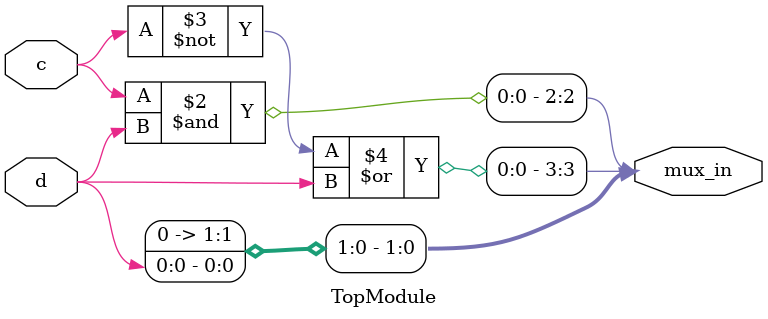
<source format=sv>
module TopModule(
    input logic c,
    input logic d,
    output logic [3:0] mux_in
);

    // Implementing the logic for each mux_in based on the Karnaugh map
    always @(*) begin
        mux_in[0] = d;          // mux_in[0] = d
        mux_in[1] = 1'b0;       // mux_in[1] = 0
        mux_in[2] = c & d;      // mux_in[2] = c & d
        mux_in[3] = ~c | d;     // mux_in[3] = ~c | d
    end

endmodule
</source>
